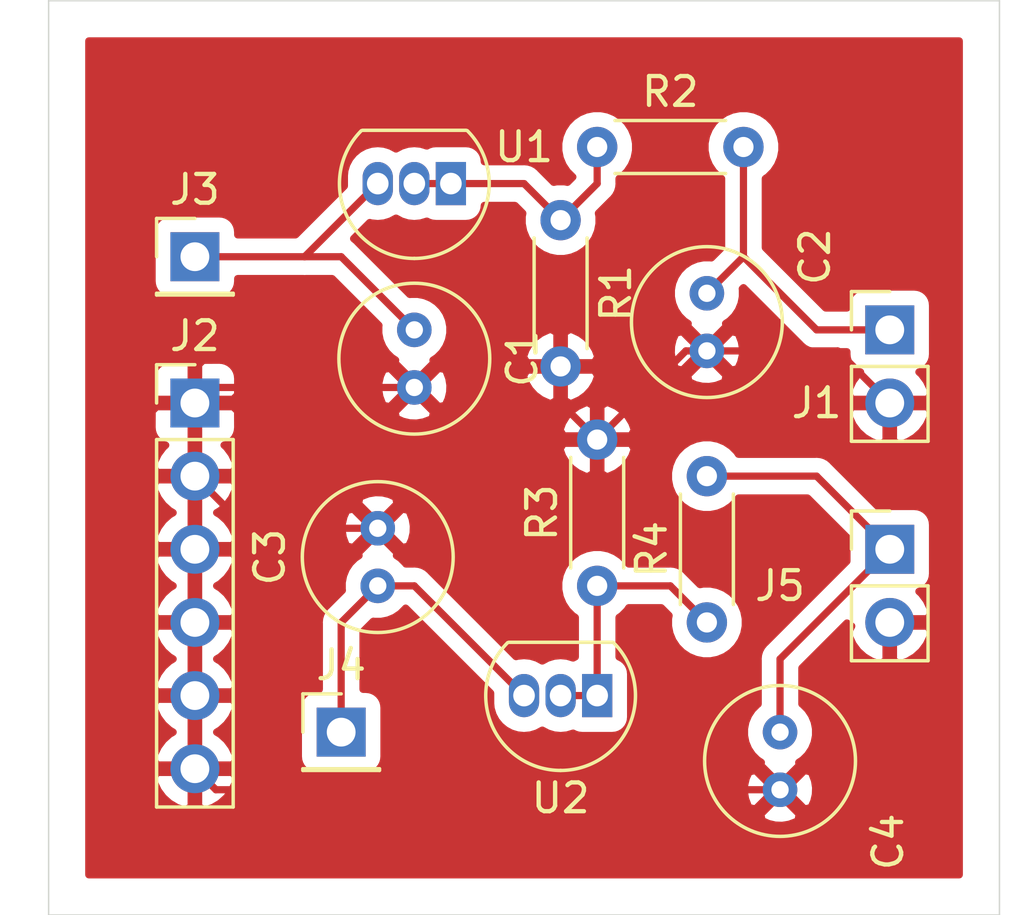
<source format=kicad_pcb>
(kicad_pcb (version 20171130) (host pcbnew "(5.1.12)-1")

  (general
    (thickness 1.6)
    (drawings 14)
    (tracks 43)
    (zones 0)
    (modules 15)
    (nets 8)
  )

  (page A4)
  (layers
    (0 F.Cu signal)
    (31 B.Cu signal)
    (32 B.Adhes user)
    (33 F.Adhes user)
    (34 B.Paste user)
    (35 F.Paste user)
    (36 B.SilkS user)
    (37 F.SilkS user)
    (38 B.Mask user)
    (39 F.Mask user)
    (40 Dwgs.User user)
    (41 Cmts.User user)
    (42 Eco1.User user)
    (43 Eco2.User user)
    (44 Edge.Cuts user)
    (45 Margin user)
    (46 B.CrtYd user)
    (47 F.CrtYd user)
    (48 B.Fab user)
    (49 F.Fab user)
  )

  (setup
    (last_trace_width 0.25)
    (trace_clearance 0.2)
    (zone_clearance 0.508)
    (zone_45_only no)
    (trace_min 0.2)
    (via_size 0.8)
    (via_drill 0.4)
    (via_min_size 0.4)
    (via_min_drill 0.3)
    (uvia_size 0.3)
    (uvia_drill 0.1)
    (uvias_allowed no)
    (uvia_min_size 0.2)
    (uvia_min_drill 0.1)
    (edge_width 0.05)
    (segment_width 0.2)
    (pcb_text_width 0.3)
    (pcb_text_size 1.5 1.5)
    (mod_edge_width 0.12)
    (mod_text_size 1 1)
    (mod_text_width 0.15)
    (pad_size 1.524 1.524)
    (pad_drill 0.762)
    (pad_to_mask_clearance 0)
    (aux_axis_origin 0 0)
    (visible_elements 7FFFFFFF)
    (pcbplotparams
      (layerselection 0x010fc_ffffffff)
      (usegerberextensions false)
      (usegerberattributes true)
      (usegerberadvancedattributes true)
      (creategerberjobfile true)
      (excludeedgelayer true)
      (linewidth 0.100000)
      (plotframeref false)
      (viasonmask false)
      (mode 1)
      (useauxorigin false)
      (hpglpennumber 1)
      (hpglpenspeed 20)
      (hpglpendiameter 15.000000)
      (psnegative false)
      (psa4output false)
      (plotreference true)
      (plotvalue true)
      (plotinvisibletext false)
      (padsonsilk false)
      (subtractmaskfromsilk false)
      (outputformat 1)
      (mirror false)
      (drillshape 0)
      (scaleselection 1)
      (outputdirectory "C:/Users/Maksim/Desktop/test2/"))
  )

  (net 0 "")
  (net 1 "Net-(C2-Pad1)")
  (net 2 "Net-(R1-Pad1)")
  (net 3 GND)
  (net 4 +5V)
  (net 5 "Net-(C4-Pad1)")
  (net 6 "Net-(R3-Pad1)")
  (net 7 +5F)

  (net_class Default "This is the default net class."
    (clearance 0.2)
    (trace_width 0.25)
    (via_dia 0.8)
    (via_drill 0.4)
    (uvia_dia 0.3)
    (uvia_drill 0.1)
    (add_net +5F)
    (add_net +5V)
    (add_net GND)
    (add_net "Net-(C2-Pad1)")
    (add_net "Net-(C4-Pad1)")
    (add_net "Net-(R1-Pad1)")
    (add_net "Net-(R3-Pad1)")
  )

  (module Package_TO_SOT_THT:TO-92_Inline (layer F.Cu) (tedit 5A1DD157) (tstamp 6193EAB7)
    (at 60.96 81.28 180)
    (descr "TO-92 leads in-line, narrow, oval pads, drill 0.75mm (see NXP sot054_po.pdf)")
    (tags "to-92 sc-43 sc-43a sot54 PA33 transistor")
    (path /6194C111)
    (fp_text reference U2 (at 1.27 -3.56) (layer F.SilkS)
      (effects (font (size 1 1) (thickness 0.15)))
    )
    (fp_text value LM317L_TO92 (at 1.27 2.79) (layer F.Fab)
      (effects (font (size 1 1) (thickness 0.15)))
    )
    (fp_line (start 4 2.01) (end -1.46 2.01) (layer F.CrtYd) (width 0.05))
    (fp_line (start 4 2.01) (end 4 -2.73) (layer F.CrtYd) (width 0.05))
    (fp_line (start -1.46 -2.73) (end -1.46 2.01) (layer F.CrtYd) (width 0.05))
    (fp_line (start -1.46 -2.73) (end 4 -2.73) (layer F.CrtYd) (width 0.05))
    (fp_line (start -0.5 1.75) (end 3 1.75) (layer F.Fab) (width 0.1))
    (fp_line (start -0.53 1.85) (end 3.07 1.85) (layer F.SilkS) (width 0.12))
    (fp_arc (start 1.27 0) (end 1.27 -2.6) (angle 135) (layer F.SilkS) (width 0.12))
    (fp_arc (start 1.27 0) (end 1.27 -2.48) (angle -135) (layer F.Fab) (width 0.1))
    (fp_arc (start 1.27 0) (end 1.27 -2.6) (angle -135) (layer F.SilkS) (width 0.12))
    (fp_arc (start 1.27 0) (end 1.27 -2.48) (angle 135) (layer F.Fab) (width 0.1))
    (fp_text user %R (at 1.27 0) (layer F.Fab)
      (effects (font (size 1 1) (thickness 0.15)))
    )
    (pad 1 thru_hole rect (at 0 0 180) (size 1.05 1.5) (drill 0.75) (layers *.Cu *.Mask)
      (net 6 "Net-(R3-Pad1)"))
    (pad 3 thru_hole oval (at 2.54 0 180) (size 1.05 1.5) (drill 0.75) (layers *.Cu *.Mask)
      (net 7 +5F))
    (pad 2 thru_hole oval (at 1.27 0 180) (size 1.05 1.5) (drill 0.75) (layers *.Cu *.Mask)
      (net 6 "Net-(R3-Pad1)"))
    (model ${KISYS3DMOD}/Package_TO_SOT_THT.3dshapes/TO-92_Inline.wrl
      (at (xyz 0 0 0))
      (scale (xyz 1 1 1))
      (rotate (xyz 0 0 0))
    )
  )

  (module Resistor_THT:R_Axial_DIN0204_L3.6mm_D1.6mm_P5.08mm_Horizontal (layer F.Cu) (tedit 5AE5139B) (tstamp 6193EA5A)
    (at 59.69 64.77 270)
    (descr "Resistor, Axial_DIN0204 series, Axial, Horizontal, pin pitch=5.08mm, 0.167W, length*diameter=3.6*1.6mm^2, http://cdn-reichelt.de/documents/datenblatt/B400/1_4W%23YAG.pdf")
    (tags "Resistor Axial_DIN0204 series Axial Horizontal pin pitch 5.08mm 0.167W length 3.6mm diameter 1.6mm")
    (path /6193190E)
    (fp_text reference R1 (at 2.54 -1.92 90) (layer F.SilkS)
      (effects (font (size 1 1) (thickness 0.15)))
    )
    (fp_text value 100 (at 2.54 1.92 90) (layer F.Fab)
      (effects (font (size 1 1) (thickness 0.15)))
    )
    (fp_line (start 6.03 -1.05) (end -0.95 -1.05) (layer F.CrtYd) (width 0.05))
    (fp_line (start 6.03 1.05) (end 6.03 -1.05) (layer F.CrtYd) (width 0.05))
    (fp_line (start -0.95 1.05) (end 6.03 1.05) (layer F.CrtYd) (width 0.05))
    (fp_line (start -0.95 -1.05) (end -0.95 1.05) (layer F.CrtYd) (width 0.05))
    (fp_line (start 0.62 0.92) (end 4.46 0.92) (layer F.SilkS) (width 0.12))
    (fp_line (start 0.62 -0.92) (end 4.46 -0.92) (layer F.SilkS) (width 0.12))
    (fp_line (start 5.08 0) (end 4.34 0) (layer F.Fab) (width 0.1))
    (fp_line (start 0 0) (end 0.74 0) (layer F.Fab) (width 0.1))
    (fp_line (start 4.34 -0.8) (end 0.74 -0.8) (layer F.Fab) (width 0.1))
    (fp_line (start 4.34 0.8) (end 4.34 -0.8) (layer F.Fab) (width 0.1))
    (fp_line (start 0.74 0.8) (end 4.34 0.8) (layer F.Fab) (width 0.1))
    (fp_line (start 0.74 -0.8) (end 0.74 0.8) (layer F.Fab) (width 0.1))
    (fp_text user %R (at 2.54 0 90) (layer F.Fab)
      (effects (font (size 0.72 0.72) (thickness 0.108)))
    )
    (pad 2 thru_hole oval (at 5.08 0 270) (size 1.4 1.4) (drill 0.7) (layers *.Cu *.Mask)
      (net 3 GND))
    (pad 1 thru_hole circle (at 0 0 270) (size 1.4 1.4) (drill 0.7) (layers *.Cu *.Mask)
      (net 2 "Net-(R1-Pad1)"))
    (model ${KISYS3DMOD}/Resistor_THT.3dshapes/R_Axial_DIN0204_L3.6mm_D1.6mm_P5.08mm_Horizontal.wrl
      (at (xyz 0 0 0))
      (scale (xyz 1 1 1))
      (rotate (xyz 0 0 0))
    )
  )

  (module Package_TO_SOT_THT:TO-92_Inline (layer F.Cu) (tedit 5A1DD157) (tstamp 6193EAA5)
    (at 55.88 63.5 180)
    (descr "TO-92 leads in-line, narrow, oval pads, drill 0.75mm (see NXP sot054_po.pdf)")
    (tags "to-92 sc-43 sc-43a sot54 PA33 transistor")
    (path /6192E972)
    (fp_text reference U1 (at -2.54 1.27) (layer F.SilkS)
      (effects (font (size 1 1) (thickness 0.15)))
    )
    (fp_text value LM317L_TO92 (at 1.27 2.79) (layer F.Fab)
      (effects (font (size 1 1) (thickness 0.15)))
    )
    (fp_line (start 4 2.01) (end -1.46 2.01) (layer F.CrtYd) (width 0.05))
    (fp_line (start 4 2.01) (end 4 -2.73) (layer F.CrtYd) (width 0.05))
    (fp_line (start -1.46 -2.73) (end -1.46 2.01) (layer F.CrtYd) (width 0.05))
    (fp_line (start -1.46 -2.73) (end 4 -2.73) (layer F.CrtYd) (width 0.05))
    (fp_line (start -0.5 1.75) (end 3 1.75) (layer F.Fab) (width 0.1))
    (fp_line (start -0.53 1.85) (end 3.07 1.85) (layer F.SilkS) (width 0.12))
    (fp_arc (start 1.27 0) (end 1.27 -2.6) (angle 135) (layer F.SilkS) (width 0.12))
    (fp_arc (start 1.27 0) (end 1.27 -2.48) (angle -135) (layer F.Fab) (width 0.1))
    (fp_arc (start 1.27 0) (end 1.27 -2.6) (angle -135) (layer F.SilkS) (width 0.12))
    (fp_arc (start 1.27 0) (end 1.27 -2.48) (angle 135) (layer F.Fab) (width 0.1))
    (fp_text user %R (at 1.27 0) (layer F.Fab)
      (effects (font (size 1 1) (thickness 0.15)))
    )
    (pad 1 thru_hole rect (at 0 0 180) (size 1.05 1.5) (drill 0.75) (layers *.Cu *.Mask)
      (net 2 "Net-(R1-Pad1)"))
    (pad 3 thru_hole oval (at 2.54 0 180) (size 1.05 1.5) (drill 0.75) (layers *.Cu *.Mask)
      (net 4 +5V))
    (pad 2 thru_hole oval (at 1.27 0 180) (size 1.05 1.5) (drill 0.75) (layers *.Cu *.Mask)
      (net 2 "Net-(R1-Pad1)"))
    (model ${KISYS3DMOD}/Package_TO_SOT_THT.3dshapes/TO-92_Inline.wrl
      (at (xyz 0 0 0))
      (scale (xyz 1 1 1))
      (rotate (xyz 0 0 0))
    )
  )

  (module Resistor_THT:R_Axial_DIN0204_L3.6mm_D1.6mm_P5.08mm_Horizontal (layer F.Cu) (tedit 5AE5139B) (tstamp 6193EA93)
    (at 64.77 78.74 90)
    (descr "Resistor, Axial_DIN0204 series, Axial, Horizontal, pin pitch=5.08mm, 0.167W, length*diameter=3.6*1.6mm^2, http://cdn-reichelt.de/documents/datenblatt/B400/1_4W%23YAG.pdf")
    (tags "Resistor Axial_DIN0204 series Axial Horizontal pin pitch 5.08mm 0.167W length 3.6mm diameter 1.6mm")
    (path /6194C0E5)
    (fp_text reference R4 (at 2.54 -1.92 90) (layer F.SilkS)
      (effects (font (size 1 1) (thickness 0.15)))
    )
    (fp_text value 470 (at 2.54 1.92 90) (layer F.Fab)
      (effects (font (size 1 1) (thickness 0.15)))
    )
    (fp_line (start 6.03 -1.05) (end -0.95 -1.05) (layer F.CrtYd) (width 0.05))
    (fp_line (start 6.03 1.05) (end 6.03 -1.05) (layer F.CrtYd) (width 0.05))
    (fp_line (start -0.95 1.05) (end 6.03 1.05) (layer F.CrtYd) (width 0.05))
    (fp_line (start -0.95 -1.05) (end -0.95 1.05) (layer F.CrtYd) (width 0.05))
    (fp_line (start 0.62 0.92) (end 4.46 0.92) (layer F.SilkS) (width 0.12))
    (fp_line (start 0.62 -0.92) (end 4.46 -0.92) (layer F.SilkS) (width 0.12))
    (fp_line (start 5.08 0) (end 4.34 0) (layer F.Fab) (width 0.1))
    (fp_line (start 0 0) (end 0.74 0) (layer F.Fab) (width 0.1))
    (fp_line (start 4.34 -0.8) (end 0.74 -0.8) (layer F.Fab) (width 0.1))
    (fp_line (start 4.34 0.8) (end 4.34 -0.8) (layer F.Fab) (width 0.1))
    (fp_line (start 0.74 0.8) (end 4.34 0.8) (layer F.Fab) (width 0.1))
    (fp_line (start 0.74 -0.8) (end 0.74 0.8) (layer F.Fab) (width 0.1))
    (fp_text user %R (at 2.54 0 90) (layer F.Fab)
      (effects (font (size 0.72 0.72) (thickness 0.108)))
    )
    (pad 2 thru_hole oval (at 5.08 0 90) (size 1.4 1.4) (drill 0.7) (layers *.Cu *.Mask)
      (net 5 "Net-(C4-Pad1)"))
    (pad 1 thru_hole circle (at 0 0 90) (size 1.4 1.4) (drill 0.7) (layers *.Cu *.Mask)
      (net 6 "Net-(R3-Pad1)"))
    (model ${KISYS3DMOD}/Resistor_THT.3dshapes/R_Axial_DIN0204_L3.6mm_D1.6mm_P5.08mm_Horizontal.wrl
      (at (xyz 0 0 0))
      (scale (xyz 1 1 1))
      (rotate (xyz 0 0 0))
    )
  )

  (module Resistor_THT:R_Axial_DIN0204_L3.6mm_D1.6mm_P5.08mm_Horizontal (layer F.Cu) (tedit 5AE5139B) (tstamp 6193EA80)
    (at 60.96 77.47 90)
    (descr "Resistor, Axial_DIN0204 series, Axial, Horizontal, pin pitch=5.08mm, 0.167W, length*diameter=3.6*1.6mm^2, http://cdn-reichelt.de/documents/datenblatt/B400/1_4W%23YAG.pdf")
    (tags "Resistor Axial_DIN0204 series Axial Horizontal pin pitch 5.08mm 0.167W length 3.6mm diameter 1.6mm")
    (path /6194C0EB)
    (fp_text reference R3 (at 2.54 -1.92 90) (layer F.SilkS)
      (effects (font (size 1 1) (thickness 0.15)))
    )
    (fp_text value 100 (at 2.54 1.92 90) (layer F.Fab)
      (effects (font (size 1 1) (thickness 0.15)))
    )
    (fp_line (start 6.03 -1.05) (end -0.95 -1.05) (layer F.CrtYd) (width 0.05))
    (fp_line (start 6.03 1.05) (end 6.03 -1.05) (layer F.CrtYd) (width 0.05))
    (fp_line (start -0.95 1.05) (end 6.03 1.05) (layer F.CrtYd) (width 0.05))
    (fp_line (start -0.95 -1.05) (end -0.95 1.05) (layer F.CrtYd) (width 0.05))
    (fp_line (start 0.62 0.92) (end 4.46 0.92) (layer F.SilkS) (width 0.12))
    (fp_line (start 0.62 -0.92) (end 4.46 -0.92) (layer F.SilkS) (width 0.12))
    (fp_line (start 5.08 0) (end 4.34 0) (layer F.Fab) (width 0.1))
    (fp_line (start 0 0) (end 0.74 0) (layer F.Fab) (width 0.1))
    (fp_line (start 4.34 -0.8) (end 0.74 -0.8) (layer F.Fab) (width 0.1))
    (fp_line (start 4.34 0.8) (end 4.34 -0.8) (layer F.Fab) (width 0.1))
    (fp_line (start 0.74 0.8) (end 4.34 0.8) (layer F.Fab) (width 0.1))
    (fp_line (start 0.74 -0.8) (end 0.74 0.8) (layer F.Fab) (width 0.1))
    (fp_text user %R (at 2.54 0 90) (layer F.Fab)
      (effects (font (size 0.72 0.72) (thickness 0.108)))
    )
    (pad 2 thru_hole oval (at 5.08 0 90) (size 1.4 1.4) (drill 0.7) (layers *.Cu *.Mask)
      (net 3 GND))
    (pad 1 thru_hole circle (at 0 0 90) (size 1.4 1.4) (drill 0.7) (layers *.Cu *.Mask)
      (net 6 "Net-(R3-Pad1)"))
    (model ${KISYS3DMOD}/Resistor_THT.3dshapes/R_Axial_DIN0204_L3.6mm_D1.6mm_P5.08mm_Horizontal.wrl
      (at (xyz 0 0 0))
      (scale (xyz 1 1 1))
      (rotate (xyz 0 0 0))
    )
  )

  (module Resistor_THT:R_Axial_DIN0204_L3.6mm_D1.6mm_P5.08mm_Horizontal (layer F.Cu) (tedit 5AE5139B) (tstamp 6193EA6D)
    (at 60.96 62.23)
    (descr "Resistor, Axial_DIN0204 series, Axial, Horizontal, pin pitch=5.08mm, 0.167W, length*diameter=3.6*1.6mm^2, http://cdn-reichelt.de/documents/datenblatt/B400/1_4W%23YAG.pdf")
    (tags "Resistor Axial_DIN0204 series Axial Horizontal pin pitch 5.08mm 0.167W length 3.6mm diameter 1.6mm")
    (path /6192D2A7)
    (fp_text reference R2 (at 2.54 -1.92) (layer F.SilkS)
      (effects (font (size 1 1) (thickness 0.15)))
    )
    (fp_text value 470 (at 2.54 1.92) (layer F.Fab)
      (effects (font (size 1 1) (thickness 0.15)))
    )
    (fp_line (start 6.03 -1.05) (end -0.95 -1.05) (layer F.CrtYd) (width 0.05))
    (fp_line (start 6.03 1.05) (end 6.03 -1.05) (layer F.CrtYd) (width 0.05))
    (fp_line (start -0.95 1.05) (end 6.03 1.05) (layer F.CrtYd) (width 0.05))
    (fp_line (start -0.95 -1.05) (end -0.95 1.05) (layer F.CrtYd) (width 0.05))
    (fp_line (start 0.62 0.92) (end 4.46 0.92) (layer F.SilkS) (width 0.12))
    (fp_line (start 0.62 -0.92) (end 4.46 -0.92) (layer F.SilkS) (width 0.12))
    (fp_line (start 5.08 0) (end 4.34 0) (layer F.Fab) (width 0.1))
    (fp_line (start 0 0) (end 0.74 0) (layer F.Fab) (width 0.1))
    (fp_line (start 4.34 -0.8) (end 0.74 -0.8) (layer F.Fab) (width 0.1))
    (fp_line (start 4.34 0.8) (end 4.34 -0.8) (layer F.Fab) (width 0.1))
    (fp_line (start 0.74 0.8) (end 4.34 0.8) (layer F.Fab) (width 0.1))
    (fp_line (start 0.74 -0.8) (end 0.74 0.8) (layer F.Fab) (width 0.1))
    (fp_text user %R (at 2.54 0) (layer F.Fab)
      (effects (font (size 0.72 0.72) (thickness 0.108)))
    )
    (pad 2 thru_hole oval (at 5.08 0) (size 1.4 1.4) (drill 0.7) (layers *.Cu *.Mask)
      (net 1 "Net-(C2-Pad1)"))
    (pad 1 thru_hole circle (at 0 0) (size 1.4 1.4) (drill 0.7) (layers *.Cu *.Mask)
      (net 2 "Net-(R1-Pad1)"))
    (model ${KISYS3DMOD}/Resistor_THT.3dshapes/R_Axial_DIN0204_L3.6mm_D1.6mm_P5.08mm_Horizontal.wrl
      (at (xyz 0 0 0))
      (scale (xyz 1 1 1))
      (rotate (xyz 0 0 0))
    )
  )

  (module Connector_PinHeader_2.54mm:PinHeader_1x02_P2.54mm_Vertical (layer F.Cu) (tedit 59FED5CC) (tstamp 6193EA47)
    (at 71.12 76.2)
    (descr "Through hole straight pin header, 1x02, 2.54mm pitch, single row")
    (tags "Through hole pin header THT 1x02 2.54mm single row")
    (path /6194C11C)
    (fp_text reference J5 (at -3.81 1.27) (layer F.SilkS)
      (effects (font (size 1 1) (thickness 0.15)))
    )
    (fp_text value Conn_01x02 (at 0 4.87) (layer F.Fab)
      (effects (font (size 1 1) (thickness 0.15)))
    )
    (fp_line (start 1.8 -1.8) (end -1.8 -1.8) (layer F.CrtYd) (width 0.05))
    (fp_line (start 1.8 4.35) (end 1.8 -1.8) (layer F.CrtYd) (width 0.05))
    (fp_line (start -1.8 4.35) (end 1.8 4.35) (layer F.CrtYd) (width 0.05))
    (fp_line (start -1.8 -1.8) (end -1.8 4.35) (layer F.CrtYd) (width 0.05))
    (fp_line (start -1.33 -1.33) (end 0 -1.33) (layer F.SilkS) (width 0.12))
    (fp_line (start -1.33 0) (end -1.33 -1.33) (layer F.SilkS) (width 0.12))
    (fp_line (start -1.33 1.27) (end 1.33 1.27) (layer F.SilkS) (width 0.12))
    (fp_line (start 1.33 1.27) (end 1.33 3.87) (layer F.SilkS) (width 0.12))
    (fp_line (start -1.33 1.27) (end -1.33 3.87) (layer F.SilkS) (width 0.12))
    (fp_line (start -1.33 3.87) (end 1.33 3.87) (layer F.SilkS) (width 0.12))
    (fp_line (start -1.27 -0.635) (end -0.635 -1.27) (layer F.Fab) (width 0.1))
    (fp_line (start -1.27 3.81) (end -1.27 -0.635) (layer F.Fab) (width 0.1))
    (fp_line (start 1.27 3.81) (end -1.27 3.81) (layer F.Fab) (width 0.1))
    (fp_line (start 1.27 -1.27) (end 1.27 3.81) (layer F.Fab) (width 0.1))
    (fp_line (start -0.635 -1.27) (end 1.27 -1.27) (layer F.Fab) (width 0.1))
    (fp_text user %R (at 0 1.27 90) (layer F.Fab)
      (effects (font (size 1 1) (thickness 0.15)))
    )
    (pad 2 thru_hole oval (at 0 2.54) (size 1.7 1.7) (drill 1) (layers *.Cu *.Mask)
      (net 3 GND))
    (pad 1 thru_hole rect (at 0 0) (size 1.7 1.7) (drill 1) (layers *.Cu *.Mask)
      (net 5 "Net-(C4-Pad1)"))
    (model ${KISYS3DMOD}/Connector_PinHeader_2.54mm.3dshapes/PinHeader_1x02_P2.54mm_Vertical.wrl
      (at (xyz 0 0 0))
      (scale (xyz 1 1 1))
      (rotate (xyz 0 0 0))
    )
  )

  (module Connector_PinHeader_2.54mm:PinHeader_1x01_P2.54mm_Vertical (layer F.Cu) (tedit 59FED5CC) (tstamp 6193EA31)
    (at 52.07 82.55)
    (descr "Through hole straight pin header, 1x01, 2.54mm pitch, single row")
    (tags "Through hole pin header THT 1x01 2.54mm single row")
    (path /6194C13F)
    (fp_text reference J4 (at 0 -2.33) (layer F.SilkS)
      (effects (font (size 1 1) (thickness 0.15)))
    )
    (fp_text value Conn_01x01_Male (at 0 2.33) (layer F.Fab)
      (effects (font (size 1 1) (thickness 0.15)))
    )
    (fp_line (start 1.8 -1.8) (end -1.8 -1.8) (layer F.CrtYd) (width 0.05))
    (fp_line (start 1.8 1.8) (end 1.8 -1.8) (layer F.CrtYd) (width 0.05))
    (fp_line (start -1.8 1.8) (end 1.8 1.8) (layer F.CrtYd) (width 0.05))
    (fp_line (start -1.8 -1.8) (end -1.8 1.8) (layer F.CrtYd) (width 0.05))
    (fp_line (start -1.33 -1.33) (end 0 -1.33) (layer F.SilkS) (width 0.12))
    (fp_line (start -1.33 0) (end -1.33 -1.33) (layer F.SilkS) (width 0.12))
    (fp_line (start -1.33 1.27) (end 1.33 1.27) (layer F.SilkS) (width 0.12))
    (fp_line (start 1.33 1.27) (end 1.33 1.33) (layer F.SilkS) (width 0.12))
    (fp_line (start -1.33 1.27) (end -1.33 1.33) (layer F.SilkS) (width 0.12))
    (fp_line (start -1.33 1.33) (end 1.33 1.33) (layer F.SilkS) (width 0.12))
    (fp_line (start -1.27 -0.635) (end -0.635 -1.27) (layer F.Fab) (width 0.1))
    (fp_line (start -1.27 1.27) (end -1.27 -0.635) (layer F.Fab) (width 0.1))
    (fp_line (start 1.27 1.27) (end -1.27 1.27) (layer F.Fab) (width 0.1))
    (fp_line (start 1.27 -1.27) (end 1.27 1.27) (layer F.Fab) (width 0.1))
    (fp_line (start -0.635 -1.27) (end 1.27 -1.27) (layer F.Fab) (width 0.1))
    (fp_text user %R (at 0 0 90) (layer F.Fab)
      (effects (font (size 1 1) (thickness 0.15)))
    )
    (pad 1 thru_hole rect (at 0 0) (size 1.7 1.7) (drill 1) (layers *.Cu *.Mask)
      (net 7 +5F))
    (model ${KISYS3DMOD}/Connector_PinHeader_2.54mm.3dshapes/PinHeader_1x01_P2.54mm_Vertical.wrl
      (at (xyz 0 0 0))
      (scale (xyz 1 1 1))
      (rotate (xyz 0 0 0))
    )
  )

  (module Connector_PinHeader_2.54mm:PinHeader_1x01_P2.54mm_Vertical (layer F.Cu) (tedit 59FED5CC) (tstamp 6193EA1C)
    (at 46.99 66.04)
    (descr "Through hole straight pin header, 1x01, 2.54mm pitch, single row")
    (tags "Through hole pin header THT 1x01 2.54mm single row")
    (path /619419A8)
    (fp_text reference J3 (at 0 -2.33) (layer F.SilkS)
      (effects (font (size 1 1) (thickness 0.15)))
    )
    (fp_text value Conn_01x01_Male (at 0 2.33) (layer F.Fab)
      (effects (font (size 1 1) (thickness 0.15)))
    )
    (fp_line (start 1.8 -1.8) (end -1.8 -1.8) (layer F.CrtYd) (width 0.05))
    (fp_line (start 1.8 1.8) (end 1.8 -1.8) (layer F.CrtYd) (width 0.05))
    (fp_line (start -1.8 1.8) (end 1.8 1.8) (layer F.CrtYd) (width 0.05))
    (fp_line (start -1.8 -1.8) (end -1.8 1.8) (layer F.CrtYd) (width 0.05))
    (fp_line (start -1.33 -1.33) (end 0 -1.33) (layer F.SilkS) (width 0.12))
    (fp_line (start -1.33 0) (end -1.33 -1.33) (layer F.SilkS) (width 0.12))
    (fp_line (start -1.33 1.27) (end 1.33 1.27) (layer F.SilkS) (width 0.12))
    (fp_line (start 1.33 1.27) (end 1.33 1.33) (layer F.SilkS) (width 0.12))
    (fp_line (start -1.33 1.27) (end -1.33 1.33) (layer F.SilkS) (width 0.12))
    (fp_line (start -1.33 1.33) (end 1.33 1.33) (layer F.SilkS) (width 0.12))
    (fp_line (start -1.27 -0.635) (end -0.635 -1.27) (layer F.Fab) (width 0.1))
    (fp_line (start -1.27 1.27) (end -1.27 -0.635) (layer F.Fab) (width 0.1))
    (fp_line (start 1.27 1.27) (end -1.27 1.27) (layer F.Fab) (width 0.1))
    (fp_line (start 1.27 -1.27) (end 1.27 1.27) (layer F.Fab) (width 0.1))
    (fp_line (start -0.635 -1.27) (end 1.27 -1.27) (layer F.Fab) (width 0.1))
    (fp_text user %R (at 0 0 90) (layer F.Fab)
      (effects (font (size 1 1) (thickness 0.15)))
    )
    (pad 1 thru_hole rect (at 0 0) (size 1.7 1.7) (drill 1) (layers *.Cu *.Mask)
      (net 4 +5V))
    (model ${KISYS3DMOD}/Connector_PinHeader_2.54mm.3dshapes/PinHeader_1x01_P2.54mm_Vertical.wrl
      (at (xyz 0 0 0))
      (scale (xyz 1 1 1))
      (rotate (xyz 0 0 0))
    )
  )

  (module Connector_PinHeader_2.54mm:PinHeader_1x06_P2.54mm_Vertical (layer F.Cu) (tedit 59FED5CC) (tstamp 6193EA07)
    (at 46.99 71.12)
    (descr "Through hole straight pin header, 1x06, 2.54mm pitch, single row")
    (tags "Through hole pin header THT 1x06 2.54mm single row")
    (path /61950975)
    (fp_text reference J2 (at 0 -2.33) (layer F.SilkS)
      (effects (font (size 1 1) (thickness 0.15)))
    )
    (fp_text value Conn_01x06_Male (at 0 15.03) (layer F.Fab)
      (effects (font (size 1 1) (thickness 0.15)))
    )
    (fp_line (start 1.8 -1.8) (end -1.8 -1.8) (layer F.CrtYd) (width 0.05))
    (fp_line (start 1.8 14.5) (end 1.8 -1.8) (layer F.CrtYd) (width 0.05))
    (fp_line (start -1.8 14.5) (end 1.8 14.5) (layer F.CrtYd) (width 0.05))
    (fp_line (start -1.8 -1.8) (end -1.8 14.5) (layer F.CrtYd) (width 0.05))
    (fp_line (start -1.33 -1.33) (end 0 -1.33) (layer F.SilkS) (width 0.12))
    (fp_line (start -1.33 0) (end -1.33 -1.33) (layer F.SilkS) (width 0.12))
    (fp_line (start -1.33 1.27) (end 1.33 1.27) (layer F.SilkS) (width 0.12))
    (fp_line (start 1.33 1.27) (end 1.33 14.03) (layer F.SilkS) (width 0.12))
    (fp_line (start -1.33 1.27) (end -1.33 14.03) (layer F.SilkS) (width 0.12))
    (fp_line (start -1.33 14.03) (end 1.33 14.03) (layer F.SilkS) (width 0.12))
    (fp_line (start -1.27 -0.635) (end -0.635 -1.27) (layer F.Fab) (width 0.1))
    (fp_line (start -1.27 13.97) (end -1.27 -0.635) (layer F.Fab) (width 0.1))
    (fp_line (start 1.27 13.97) (end -1.27 13.97) (layer F.Fab) (width 0.1))
    (fp_line (start 1.27 -1.27) (end 1.27 13.97) (layer F.Fab) (width 0.1))
    (fp_line (start -0.635 -1.27) (end 1.27 -1.27) (layer F.Fab) (width 0.1))
    (fp_text user %R (at 0 6.35 90) (layer F.Fab)
      (effects (font (size 1 1) (thickness 0.15)))
    )
    (pad 6 thru_hole oval (at 0 12.7) (size 1.7 1.7) (drill 1) (layers *.Cu *.Mask)
      (net 3 GND))
    (pad 5 thru_hole oval (at 0 10.16) (size 1.7 1.7) (drill 1) (layers *.Cu *.Mask)
      (net 3 GND))
    (pad 4 thru_hole oval (at 0 7.62) (size 1.7 1.7) (drill 1) (layers *.Cu *.Mask)
      (net 3 GND))
    (pad 3 thru_hole oval (at 0 5.08) (size 1.7 1.7) (drill 1) (layers *.Cu *.Mask)
      (net 3 GND))
    (pad 2 thru_hole oval (at 0 2.54) (size 1.7 1.7) (drill 1) (layers *.Cu *.Mask)
      (net 3 GND))
    (pad 1 thru_hole rect (at 0 0) (size 1.7 1.7) (drill 1) (layers *.Cu *.Mask)
      (net 3 GND))
    (model ${KISYS3DMOD}/Connector_PinHeader_2.54mm.3dshapes/PinHeader_1x06_P2.54mm_Vertical.wrl
      (at (xyz 0 0 0))
      (scale (xyz 1 1 1))
      (rotate (xyz 0 0 0))
    )
  )

  (module Connector_PinHeader_2.54mm:PinHeader_1x02_P2.54mm_Vertical (layer F.Cu) (tedit 59FED5CC) (tstamp 6193E9ED)
    (at 71.12 68.58)
    (descr "Through hole straight pin header, 1x02, 2.54mm pitch, single row")
    (tags "Through hole pin header THT 1x02 2.54mm single row")
    (path /6193B3B0)
    (fp_text reference J1 (at -2.54 2.54) (layer F.SilkS)
      (effects (font (size 1 1) (thickness 0.15)))
    )
    (fp_text value Conn_01x02 (at 0 4.87) (layer F.Fab)
      (effects (font (size 1 1) (thickness 0.15)))
    )
    (fp_line (start 1.8 -1.8) (end -1.8 -1.8) (layer F.CrtYd) (width 0.05))
    (fp_line (start 1.8 4.35) (end 1.8 -1.8) (layer F.CrtYd) (width 0.05))
    (fp_line (start -1.8 4.35) (end 1.8 4.35) (layer F.CrtYd) (width 0.05))
    (fp_line (start -1.8 -1.8) (end -1.8 4.35) (layer F.CrtYd) (width 0.05))
    (fp_line (start -1.33 -1.33) (end 0 -1.33) (layer F.SilkS) (width 0.12))
    (fp_line (start -1.33 0) (end -1.33 -1.33) (layer F.SilkS) (width 0.12))
    (fp_line (start -1.33 1.27) (end 1.33 1.27) (layer F.SilkS) (width 0.12))
    (fp_line (start 1.33 1.27) (end 1.33 3.87) (layer F.SilkS) (width 0.12))
    (fp_line (start -1.33 1.27) (end -1.33 3.87) (layer F.SilkS) (width 0.12))
    (fp_line (start -1.33 3.87) (end 1.33 3.87) (layer F.SilkS) (width 0.12))
    (fp_line (start -1.27 -0.635) (end -0.635 -1.27) (layer F.Fab) (width 0.1))
    (fp_line (start -1.27 3.81) (end -1.27 -0.635) (layer F.Fab) (width 0.1))
    (fp_line (start 1.27 3.81) (end -1.27 3.81) (layer F.Fab) (width 0.1))
    (fp_line (start 1.27 -1.27) (end 1.27 3.81) (layer F.Fab) (width 0.1))
    (fp_line (start -0.635 -1.27) (end 1.27 -1.27) (layer F.Fab) (width 0.1))
    (fp_text user %R (at 0 1.27 90) (layer F.Fab)
      (effects (font (size 1 1) (thickness 0.15)))
    )
    (pad 2 thru_hole oval (at 0 2.54) (size 1.7 1.7) (drill 1) (layers *.Cu *.Mask)
      (net 3 GND))
    (pad 1 thru_hole rect (at 0 0) (size 1.7 1.7) (drill 1) (layers *.Cu *.Mask)
      (net 1 "Net-(C2-Pad1)"))
    (model ${KISYS3DMOD}/Connector_PinHeader_2.54mm.3dshapes/PinHeader_1x02_P2.54mm_Vertical.wrl
      (at (xyz 0 0 0))
      (scale (xyz 1 1 1))
      (rotate (xyz 0 0 0))
    )
  )

  (module Capacitor_THT:C_Radial_D5.0mm_H5.0mm_P2.00mm (layer F.Cu) (tedit 5BC5C9B9) (tstamp 6193E9D7)
    (at 67.31 82.55 270)
    (descr "C, Radial series, Radial, pin pitch=2.00mm, diameter=5mm, height=5mm, Non-Polar Electrolytic Capacitor")
    (tags "C Radial series Radial pin pitch 2.00mm diameter 5mm height 5mm Non-Polar Electrolytic Capacitor")
    (path /6194C0F1)
    (fp_text reference C4 (at 3.81 -3.75 90) (layer F.SilkS)
      (effects (font (size 1 1) (thickness 0.15)))
    )
    (fp_text value "1 uf" (at 1 3.75 90) (layer F.Fab)
      (effects (font (size 1 1) (thickness 0.15)))
    )
    (fp_circle (center 1 0) (end 3.75 0) (layer F.CrtYd) (width 0.05))
    (fp_circle (center 1 0) (end 3.62 0) (layer F.SilkS) (width 0.12))
    (fp_circle (center 1 0) (end 3.5 0) (layer F.Fab) (width 0.1))
    (fp_text user %R (at 1 0 90) (layer F.Fab)
      (effects (font (size 1 1) (thickness 0.15)))
    )
    (pad 2 thru_hole circle (at 2 0 270) (size 1.2 1.2) (drill 0.6) (layers *.Cu *.Mask)
      (net 3 GND))
    (pad 1 thru_hole circle (at 0 0 270) (size 1.2 1.2) (drill 0.6) (layers *.Cu *.Mask)
      (net 5 "Net-(C4-Pad1)"))
    (model ${KISYS3DMOD}/Capacitor_THT.3dshapes/C_Radial_D5.0mm_H5.0mm_P2.00mm.wrl
      (at (xyz 0 0 0))
      (scale (xyz 1 1 1))
      (rotate (xyz 0 0 0))
    )
  )

  (module Capacitor_THT:C_Radial_D5.0mm_H5.0mm_P2.00mm (layer F.Cu) (tedit 5BC5C9B9) (tstamp 6193E9CD)
    (at 53.34 77.47 90)
    (descr "C, Radial series, Radial, pin pitch=2.00mm, diameter=5mm, height=5mm, Non-Polar Electrolytic Capacitor")
    (tags "C Radial series Radial pin pitch 2.00mm diameter 5mm height 5mm Non-Polar Electrolytic Capacitor")
    (path /6194C0F7)
    (fp_text reference C3 (at 1 -3.75 90) (layer F.SilkS)
      (effects (font (size 1 1) (thickness 0.15)))
    )
    (fp_text value "0.1 uf" (at 1 3.75 90) (layer F.Fab)
      (effects (font (size 1 1) (thickness 0.15)))
    )
    (fp_circle (center 1 0) (end 3.75 0) (layer F.CrtYd) (width 0.05))
    (fp_circle (center 1 0) (end 3.62 0) (layer F.SilkS) (width 0.12))
    (fp_circle (center 1 0) (end 3.5 0) (layer F.Fab) (width 0.1))
    (fp_text user %R (at 1 0 90) (layer F.Fab)
      (effects (font (size 1 1) (thickness 0.15)))
    )
    (pad 2 thru_hole circle (at 2 0 90) (size 1.2 1.2) (drill 0.6) (layers *.Cu *.Mask)
      (net 3 GND))
    (pad 1 thru_hole circle (at 0 0 90) (size 1.2 1.2) (drill 0.6) (layers *.Cu *.Mask)
      (net 7 +5F))
    (model ${KISYS3DMOD}/Capacitor_THT.3dshapes/C_Radial_D5.0mm_H5.0mm_P2.00mm.wrl
      (at (xyz 0 0 0))
      (scale (xyz 1 1 1))
      (rotate (xyz 0 0 0))
    )
  )

  (module Capacitor_THT:C_Radial_D5.0mm_H5.0mm_P2.00mm (layer F.Cu) (tedit 5BC5C9B9) (tstamp 6193E9C3)
    (at 64.77 67.31 270)
    (descr "C, Radial series, Radial, pin pitch=2.00mm, diameter=5mm, height=5mm, Non-Polar Electrolytic Capacitor")
    (tags "C Radial series Radial pin pitch 2.00mm diameter 5mm height 5mm Non-Polar Electrolytic Capacitor")
    (path /619327D3)
    (fp_text reference C2 (at -1.27 -3.75 90) (layer F.SilkS)
      (effects (font (size 1 1) (thickness 0.15)))
    )
    (fp_text value "1 uf" (at 1 3.75 90) (layer F.Fab)
      (effects (font (size 1 1) (thickness 0.15)))
    )
    (fp_circle (center 1 0) (end 3.75 0) (layer F.CrtYd) (width 0.05))
    (fp_circle (center 1 0) (end 3.62 0) (layer F.SilkS) (width 0.12))
    (fp_circle (center 1 0) (end 3.5 0) (layer F.Fab) (width 0.1))
    (fp_text user %R (at 1 0 90) (layer F.Fab)
      (effects (font (size 1 1) (thickness 0.15)))
    )
    (pad 2 thru_hole circle (at 2 0 270) (size 1.2 1.2) (drill 0.6) (layers *.Cu *.Mask)
      (net 3 GND))
    (pad 1 thru_hole circle (at 0 0 270) (size 1.2 1.2) (drill 0.6) (layers *.Cu *.Mask)
      (net 1 "Net-(C2-Pad1)"))
    (model ${KISYS3DMOD}/Capacitor_THT.3dshapes/C_Radial_D5.0mm_H5.0mm_P2.00mm.wrl
      (at (xyz 0 0 0))
      (scale (xyz 1 1 1))
      (rotate (xyz 0 0 0))
    )
  )

  (module Capacitor_THT:C_Radial_D5.0mm_H5.0mm_P2.00mm (layer F.Cu) (tedit 5BC5C9B9) (tstamp 6193E9B9)
    (at 54.61 68.58 270)
    (descr "C, Radial series, Radial, pin pitch=2.00mm, diameter=5mm, height=5mm, Non-Polar Electrolytic Capacitor")
    (tags "C Radial series Radial pin pitch 2.00mm diameter 5mm height 5mm Non-Polar Electrolytic Capacitor")
    (path /6193395D)
    (fp_text reference C1 (at 1 -3.75 90) (layer F.SilkS)
      (effects (font (size 1 1) (thickness 0.15)))
    )
    (fp_text value "0.1 uf" (at 1 3.75 90) (layer F.Fab)
      (effects (font (size 1 1) (thickness 0.15)))
    )
    (fp_circle (center 1 0) (end 3.75 0) (layer F.CrtYd) (width 0.05))
    (fp_circle (center 1 0) (end 3.62 0) (layer F.SilkS) (width 0.12))
    (fp_circle (center 1 0) (end 3.5 0) (layer F.Fab) (width 0.1))
    (fp_text user %R (at 1 0 90) (layer F.Fab)
      (effects (font (size 1 1) (thickness 0.15)))
    )
    (pad 2 thru_hole circle (at 2 0 270) (size 1.2 1.2) (drill 0.6) (layers *.Cu *.Mask)
      (net 3 GND))
    (pad 1 thru_hole circle (at 0 0 270) (size 1.2 1.2) (drill 0.6) (layers *.Cu *.Mask)
      (net 4 +5V))
    (model ${KISYS3DMOD}/Capacitor_THT.3dshapes/C_Radial_D5.0mm_H5.0mm_P2.00mm.wrl
      (at (xyz 0 0 0))
      (scale (xyz 1 1 1))
      (rotate (xyz 0 0 0))
    )
  )

  (gr_text "IN 2\n" (at 52.07 86.36) (layer F.Paste)
    (effects (font (size 1 1) (thickness 0.15)))
  )
  (gr_text "IN 1\n" (at 46.99 62.23) (layer F.Paste)
    (effects (font (size 1 1) (thickness 0.15)))
  )
  (gr_text "GND\n" (at 72.39 82.55) (layer F.Paste) (tstamp 6194480E)
    (effects (font (size 1 1) (thickness 0.15)))
  )
  (gr_text "GND\n" (at 67.31 72.39) (layer F.Paste)
    (effects (font (size 1 1) (thickness 0.15)))
  )
  (gr_text "+1.3\n" (at 71.12 73.66) (layer F.Paste)
    (effects (font (size 1 1) (thickness 0.15)))
  )
  (gr_text "+1.3\n" (at 71.12 66.04) (layer F.Paste)
    (effects (font (size 1 1) (thickness 0.15)))
  )
  (gr_line (start 41.91 57.15) (end 74.93 57.15) (layer Edge.Cuts) (width 0.05) (tstamp 6194478F))
  (gr_line (start 41.91 88.9) (end 41.91 57.15) (layer Edge.Cuts) (width 0.05))
  (gr_line (start 74.93 88.9) (end 41.91 88.9) (layer Edge.Cuts) (width 0.05))
  (gr_line (start 74.93 57.15) (end 74.93 88.9) (layer Edge.Cuts) (width 0.05))
  (gr_text "V_in pin out 2" (at 67.31 80.01) (layer B.Paste)
    (effects (font (size 1 1) (thickness 0.15)) (justify mirror))
  )
  (gr_text "V_in pin in 1\n" (at 52.07 86.36) (layer B.Paste)
    (effects (font (size 1 1) (thickness 0.15)) (justify mirror))
  )
  (gr_text "V_in pin out 1" (at 66.04 63.5) (layer B.Paste)
    (effects (font (size 1 1) (thickness 0.15)) (justify mirror))
  )
  (gr_text "V_in pin 1" (at 48.26 60.96) (layer B.Paste)
    (effects (font (size 1 1) (thickness 0.15)) (justify mirror))
  )

  (segment (start 66.04 66.04) (end 64.77 67.31) (width 0.25) (layer F.Cu) (net 1))
  (segment (start 66.04 62.23) (end 66.04 66.04) (width 0.25) (layer F.Cu) (net 1))
  (segment (start 68.58 68.58) (end 66.04 66.04) (width 0.25) (layer F.Cu) (net 1))
  (segment (start 71.12 68.58) (end 68.58 68.58) (width 0.25) (layer F.Cu) (net 1))
  (segment (start 60.96 63.5) (end 59.69 64.77) (width 0.25) (layer F.Cu) (net 2))
  (segment (start 60.96 62.23) (end 60.96 63.5) (width 0.25) (layer F.Cu) (net 2))
  (segment (start 54.61 63.5) (end 55.88 63.5) (width 0.25) (layer F.Cu) (net 2))
  (segment (start 58.42 63.5) (end 59.69 64.77) (width 0.25) (layer F.Cu) (net 2))
  (segment (start 55.88 63.5) (end 58.42 63.5) (width 0.25) (layer F.Cu) (net 2))
  (segment (start 46.99 71.12) (end 46.99 83.82) (width 0.25) (layer F.Cu) (net 3))
  (segment (start 48.8 75.47) (end 46.99 73.66) (width 0.25) (layer F.Cu) (net 3))
  (segment (start 53.34 75.47) (end 48.8 75.47) (width 0.25) (layer F.Cu) (net 3))
  (segment (start 47.72 71.12) (end 46.99 71.12) (width 0.25) (layer F.Cu) (net 3))
  (segment (start 47.53 70.58) (end 46.99 71.12) (width 0.25) (layer F.Cu) (net 3))
  (segment (start 54.61 70.58) (end 47.53 70.58) (width 0.25) (layer F.Cu) (net 3))
  (segment (start 55.34 69.85) (end 54.61 70.58) (width 0.25) (layer F.Cu) (net 3))
  (segment (start 59.69 69.85) (end 55.34 69.85) (width 0.25) (layer F.Cu) (net 3))
  (segment (start 59.69 71.12) (end 60.96 72.39) (width 0.25) (layer F.Cu) (net 3))
  (segment (start 59.69 69.85) (end 59.69 71.12) (width 0.25) (layer F.Cu) (net 3))
  (segment (start 64.04 69.31) (end 64.77 69.31) (width 0.25) (layer F.Cu) (net 3))
  (segment (start 60.96 72.39) (end 64.04 69.31) (width 0.25) (layer F.Cu) (net 3))
  (segment (start 69.31 69.31) (end 71.12 71.12) (width 0.25) (layer F.Cu) (net 3))
  (segment (start 64.77 69.31) (end 69.31 69.31) (width 0.25) (layer F.Cu) (net 3))
  (segment (start 71.12 80.74) (end 67.31 84.55) (width 0.25) (layer F.Cu) (net 3))
  (segment (start 71.12 78.74) (end 71.12 80.74) (width 0.25) (layer F.Cu) (net 3))
  (segment (start 47.72 84.55) (end 46.99 83.82) (width 0.25) (layer F.Cu) (net 3))
  (segment (start 67.31 84.55) (end 47.72 84.55) (width 0.25) (layer F.Cu) (net 3))
  (segment (start 50.8 66.04) (end 53.34 63.5) (width 0.25) (layer F.Cu) (net 4))
  (segment (start 46.99 66.04) (end 50.8 66.04) (width 0.25) (layer F.Cu) (net 4))
  (segment (start 52.07 66.04) (end 54.61 68.58) (width 0.25) (layer F.Cu) (net 4))
  (segment (start 50.8 66.04) (end 52.07 66.04) (width 0.25) (layer F.Cu) (net 4))
  (segment (start 68.58 73.66) (end 71.12 76.2) (width 0.25) (layer F.Cu) (net 5))
  (segment (start 64.77 73.66) (end 68.58 73.66) (width 0.25) (layer F.Cu) (net 5))
  (segment (start 67.31 80.01) (end 71.12 76.2) (width 0.25) (layer F.Cu) (net 5))
  (segment (start 67.31 82.55) (end 67.31 80.01) (width 0.25) (layer F.Cu) (net 5))
  (segment (start 60.96 77.47) (end 60.96 81.28) (width 0.25) (layer F.Cu) (net 6))
  (segment (start 60.96 81.28) (end 59.69 81.28) (width 0.25) (layer F.Cu) (net 6))
  (segment (start 63.5 77.47) (end 64.77 78.74) (width 0.25) (layer F.Cu) (net 6))
  (segment (start 60.96 77.47) (end 63.5 77.47) (width 0.25) (layer F.Cu) (net 6))
  (segment (start 52.07 78.74) (end 53.34 77.47) (width 0.25) (layer F.Cu) (net 7))
  (segment (start 52.07 82.55) (end 52.07 78.74) (width 0.25) (layer F.Cu) (net 7))
  (segment (start 54.61 77.47) (end 58.42 81.28) (width 0.25) (layer F.Cu) (net 7))
  (segment (start 53.34 77.47) (end 54.61 77.47) (width 0.25) (layer F.Cu) (net 7))

  (zone (net 3) (net_name GND) (layer F.Cu) (tstamp 61945110) (hatch edge 0.508)
    (connect_pads (clearance 0.508))
    (min_thickness 0.254)
    (fill yes (arc_segments 32) (thermal_gap 0.508) (thermal_bridge_width 0.508))
    (polygon
      (pts
        (xy 73.66 87.63) (xy 43.18 87.63) (xy 43.18 58.42) (xy 73.66 58.42)
      )
    )
    (filled_polygon
      (pts
        (xy 73.533 87.503) (xy 43.307 87.503) (xy 43.307 85.399764) (xy 66.639841 85.399764) (xy 66.687148 85.623348)
        (xy 66.908516 85.724237) (xy 67.145313 85.78) (xy 67.388438 85.788495) (xy 67.628549 85.749395) (xy 67.856418 85.664202)
        (xy 67.932852 85.623348) (xy 67.980159 85.399764) (xy 67.31 84.729605) (xy 66.639841 85.399764) (xy 43.307 85.399764)
        (xy 43.307 84.17689) (xy 45.548524 84.17689) (xy 45.593175 84.324099) (xy 45.718359 84.58692) (xy 45.892412 84.820269)
        (xy 46.108645 85.015178) (xy 46.358748 85.164157) (xy 46.633109 85.261481) (xy 46.863 85.140814) (xy 46.863 83.947)
        (xy 47.117 83.947) (xy 47.117 85.140814) (xy 47.346891 85.261481) (xy 47.621252 85.164157) (xy 47.871355 85.015178)
        (xy 48.087588 84.820269) (xy 48.230673 84.628438) (xy 66.071505 84.628438) (xy 66.110605 84.868549) (xy 66.195798 85.096418)
        (xy 66.236652 85.172852) (xy 66.460236 85.220159) (xy 67.130395 84.55) (xy 67.489605 84.55) (xy 68.159764 85.220159)
        (xy 68.383348 85.172852) (xy 68.484237 84.951484) (xy 68.54 84.714687) (xy 68.548495 84.471562) (xy 68.509395 84.231451)
        (xy 68.424202 84.003582) (xy 68.383348 83.927148) (xy 68.159764 83.879841) (xy 67.489605 84.55) (xy 67.130395 84.55)
        (xy 66.460236 83.879841) (xy 66.236652 83.927148) (xy 66.135763 84.148516) (xy 66.08 84.385313) (xy 66.071505 84.628438)
        (xy 48.230673 84.628438) (xy 48.261641 84.58692) (xy 48.386825 84.324099) (xy 48.431476 84.17689) (xy 48.310155 83.947)
        (xy 47.117 83.947) (xy 46.863 83.947) (xy 45.669845 83.947) (xy 45.548524 84.17689) (xy 43.307 84.17689)
        (xy 43.307 81.63689) (xy 45.548524 81.63689) (xy 45.593175 81.784099) (xy 45.718359 82.04692) (xy 45.892412 82.280269)
        (xy 46.108645 82.475178) (xy 46.234255 82.55) (xy 46.108645 82.624822) (xy 45.892412 82.819731) (xy 45.718359 83.05308)
        (xy 45.593175 83.315901) (xy 45.548524 83.46311) (xy 45.669845 83.693) (xy 46.863 83.693) (xy 46.863 81.407)
        (xy 47.117 81.407) (xy 47.117 83.693) (xy 48.310155 83.693) (xy 48.431476 83.46311) (xy 48.386825 83.315901)
        (xy 48.261641 83.05308) (xy 48.087588 82.819731) (xy 47.871355 82.624822) (xy 47.745745 82.55) (xy 47.871355 82.475178)
        (xy 48.087588 82.280269) (xy 48.261641 82.04692) (xy 48.386825 81.784099) (xy 48.412333 81.7) (xy 50.581928 81.7)
        (xy 50.581928 83.4) (xy 50.594188 83.524482) (xy 50.630498 83.64418) (xy 50.689463 83.754494) (xy 50.768815 83.851185)
        (xy 50.865506 83.930537) (xy 50.97582 83.989502) (xy 51.095518 84.025812) (xy 51.22 84.038072) (xy 52.92 84.038072)
        (xy 53.044482 84.025812) (xy 53.16418 83.989502) (xy 53.274494 83.930537) (xy 53.371185 83.851185) (xy 53.450537 83.754494)
        (xy 53.509502 83.64418) (xy 53.545812 83.524482) (xy 53.558072 83.4) (xy 53.558072 81.7) (xy 53.545812 81.575518)
        (xy 53.509502 81.45582) (xy 53.450537 81.345506) (xy 53.371185 81.248815) (xy 53.274494 81.169463) (xy 53.16418 81.110498)
        (xy 53.044482 81.074188) (xy 52.92 81.061928) (xy 52.83 81.061928) (xy 52.83 79.054801) (xy 53.186199 78.698602)
        (xy 53.218363 78.705) (xy 53.461637 78.705) (xy 53.700236 78.65754) (xy 53.924992 78.564443) (xy 54.127267 78.429287)
        (xy 54.299287 78.257267) (xy 54.308571 78.243372) (xy 57.26 81.194802) (xy 57.26 81.561978) (xy 57.276785 81.732399)
        (xy 57.343115 81.951059) (xy 57.450829 82.152578) (xy 57.595788 82.329212) (xy 57.772421 82.474171) (xy 57.97394 82.581885)
        (xy 58.1926 82.648215) (xy 58.42 82.670612) (xy 58.647399 82.648215) (xy 58.866059 82.581885) (xy 59.055 82.480894)
        (xy 59.24394 82.581885) (xy 59.4626 82.648215) (xy 59.69 82.670612) (xy 59.917399 82.648215) (xy 60.126098 82.584907)
        (xy 60.19082 82.619502) (xy 60.310518 82.655812) (xy 60.435 82.668072) (xy 61.485 82.668072) (xy 61.609482 82.655812)
        (xy 61.72918 82.619502) (xy 61.839494 82.560537) (xy 61.936185 82.481185) (xy 62.015537 82.384494) (xy 62.074502 82.27418)
        (xy 62.110812 82.154482) (xy 62.123072 82.03) (xy 62.123072 80.53) (xy 62.110812 80.405518) (xy 62.074502 80.28582)
        (xy 62.015537 80.175506) (xy 61.936185 80.078815) (xy 61.839494 79.999463) (xy 61.72918 79.940498) (xy 61.72 79.937713)
        (xy 61.72 78.567775) (xy 61.811013 78.506962) (xy 61.996962 78.321013) (xy 62.057775 78.23) (xy 63.185199 78.23)
        (xy 63.456355 78.501156) (xy 63.435 78.608514) (xy 63.435 78.871486) (xy 63.486304 79.129405) (xy 63.586939 79.372359)
        (xy 63.733038 79.591013) (xy 63.918987 79.776962) (xy 64.137641 79.923061) (xy 64.380595 80.023696) (xy 64.638514 80.075)
        (xy 64.901486 80.075) (xy 65.159405 80.023696) (xy 65.402359 79.923061) (xy 65.621013 79.776962) (xy 65.806962 79.591013)
        (xy 65.953061 79.372359) (xy 66.053696 79.129405) (xy 66.105 78.871486) (xy 66.105 78.608514) (xy 66.053696 78.350595)
        (xy 65.953061 78.107641) (xy 65.806962 77.888987) (xy 65.621013 77.703038) (xy 65.402359 77.556939) (xy 65.159405 77.456304)
        (xy 64.901486 77.405) (xy 64.638514 77.405) (xy 64.531156 77.426355) (xy 64.063804 76.959003) (xy 64.040001 76.929999)
        (xy 63.924276 76.835026) (xy 63.792247 76.764454) (xy 63.648986 76.720997) (xy 63.537333 76.71) (xy 63.537322 76.71)
        (xy 63.5 76.706324) (xy 63.462678 76.71) (xy 62.057775 76.71) (xy 61.996962 76.618987) (xy 61.811013 76.433038)
        (xy 61.592359 76.286939) (xy 61.349405 76.186304) (xy 61.091486 76.135) (xy 60.828514 76.135) (xy 60.570595 76.186304)
        (xy 60.327641 76.286939) (xy 60.108987 76.433038) (xy 59.923038 76.618987) (xy 59.776939 76.837641) (xy 59.676304 77.080595)
        (xy 59.625 77.338514) (xy 59.625 77.601486) (xy 59.676304 77.859405) (xy 59.776939 78.102359) (xy 59.923038 78.321013)
        (xy 60.108987 78.506962) (xy 60.2 78.567775) (xy 60.200001 79.937713) (xy 60.19082 79.940498) (xy 60.126098 79.975093)
        (xy 59.9174 79.911785) (xy 59.69 79.889388) (xy 59.462601 79.911785) (xy 59.243941 79.978115) (xy 59.055001 80.079106)
        (xy 58.86606 79.978115) (xy 58.6474 79.911785) (xy 58.42 79.889388) (xy 58.192601 79.911785) (xy 58.141951 79.927149)
        (xy 55.173804 76.959003) (xy 55.150001 76.929999) (xy 55.034276 76.835026) (xy 54.902247 76.764454) (xy 54.758986 76.720997)
        (xy 54.647333 76.71) (xy 54.647322 76.71) (xy 54.61 76.706324) (xy 54.572678 76.71) (xy 54.317506 76.71)
        (xy 54.299287 76.682733) (xy 54.127267 76.510713) (xy 53.989267 76.418504) (xy 54.010159 76.319764) (xy 53.34 75.649605)
        (xy 52.669841 76.319764) (xy 52.690733 76.418504) (xy 52.552733 76.510713) (xy 52.380713 76.682733) (xy 52.245557 76.885008)
        (xy 52.15246 77.109764) (xy 52.105 77.348363) (xy 52.105 77.591637) (xy 52.111398 77.623801) (xy 51.558998 78.176201)
        (xy 51.53 78.199999) (xy 51.506202 78.228997) (xy 51.506201 78.228998) (xy 51.435026 78.315724) (xy 51.364454 78.447754)
        (xy 51.346494 78.506962) (xy 51.320999 78.591013) (xy 51.320998 78.591015) (xy 51.306324 78.74) (xy 51.310001 78.777332)
        (xy 51.31 81.061928) (xy 51.22 81.061928) (xy 51.095518 81.074188) (xy 50.97582 81.110498) (xy 50.865506 81.169463)
        (xy 50.768815 81.248815) (xy 50.689463 81.345506) (xy 50.630498 81.45582) (xy 50.594188 81.575518) (xy 50.581928 81.7)
        (xy 48.412333 81.7) (xy 48.431476 81.63689) (xy 48.310155 81.407) (xy 47.117 81.407) (xy 46.863 81.407)
        (xy 45.669845 81.407) (xy 45.548524 81.63689) (xy 43.307 81.63689) (xy 43.307 79.09689) (xy 45.548524 79.09689)
        (xy 45.593175 79.244099) (xy 45.718359 79.50692) (xy 45.892412 79.740269) (xy 46.108645 79.935178) (xy 46.234255 80.01)
        (xy 46.108645 80.084822) (xy 45.892412 80.279731) (xy 45.718359 80.51308) (xy 45.593175 80.775901) (xy 45.548524 80.92311)
        (xy 45.669845 81.153) (xy 46.863 81.153) (xy 46.863 78.867) (xy 47.117 78.867) (xy 47.117 81.153)
        (xy 48.310155 81.153) (xy 48.431476 80.92311) (xy 48.386825 80.775901) (xy 48.261641 80.51308) (xy 48.087588 80.279731)
        (xy 47.871355 80.084822) (xy 47.745745 80.01) (xy 47.871355 79.935178) (xy 48.087588 79.740269) (xy 48.261641 79.50692)
        (xy 48.386825 79.244099) (xy 48.431476 79.09689) (xy 48.310155 78.867) (xy 47.117 78.867) (xy 46.863 78.867)
        (xy 45.669845 78.867) (xy 45.548524 79.09689) (xy 43.307 79.09689) (xy 43.307 76.55689) (xy 45.548524 76.55689)
        (xy 45.593175 76.704099) (xy 45.718359 76.96692) (xy 45.892412 77.200269) (xy 46.108645 77.395178) (xy 46.234255 77.47)
        (xy 46.108645 77.544822) (xy 45.892412 77.739731) (xy 45.718359 77.97308) (xy 45.593175 78.235901) (xy 45.548524 78.38311)
        (xy 45.669845 78.613) (xy 46.863 78.613) (xy 46.863 76.327) (xy 47.117 76.327) (xy 47.117 78.613)
        (xy 48.310155 78.613) (xy 48.431476 78.38311) (xy 48.386825 78.235901) (xy 48.261641 77.97308) (xy 48.087588 77.739731)
        (xy 47.871355 77.544822) (xy 47.745745 77.47) (xy 47.871355 77.395178) (xy 48.087588 77.200269) (xy 48.261641 76.96692)
        (xy 48.386825 76.704099) (xy 48.431476 76.55689) (xy 48.310155 76.327) (xy 47.117 76.327) (xy 46.863 76.327)
        (xy 45.669845 76.327) (xy 45.548524 76.55689) (xy 43.307 76.55689) (xy 43.307 74.01689) (xy 45.548524 74.01689)
        (xy 45.593175 74.164099) (xy 45.718359 74.42692) (xy 45.892412 74.660269) (xy 46.108645 74.855178) (xy 46.234255 74.93)
        (xy 46.108645 75.004822) (xy 45.892412 75.199731) (xy 45.718359 75.43308) (xy 45.593175 75.695901) (xy 45.548524 75.84311)
        (xy 45.669845 76.073) (xy 46.863 76.073) (xy 46.863 73.787) (xy 47.117 73.787) (xy 47.117 76.073)
        (xy 48.310155 76.073) (xy 48.431476 75.84311) (xy 48.386825 75.695901) (xy 48.316588 75.548438) (xy 52.101505 75.548438)
        (xy 52.140605 75.788549) (xy 52.225798 76.016418) (xy 52.266652 76.092852) (xy 52.490236 76.140159) (xy 53.160395 75.47)
        (xy 53.519605 75.47) (xy 54.189764 76.140159) (xy 54.413348 76.092852) (xy 54.514237 75.871484) (xy 54.57 75.634687)
        (xy 54.578495 75.391562) (xy 54.539395 75.151451) (xy 54.454202 74.923582) (xy 54.413348 74.847148) (xy 54.189764 74.799841)
        (xy 53.519605 75.47) (xy 53.160395 75.47) (xy 52.490236 74.799841) (xy 52.266652 74.847148) (xy 52.165763 75.068516)
        (xy 52.11 75.305313) (xy 52.101505 75.548438) (xy 48.316588 75.548438) (xy 48.261641 75.43308) (xy 48.087588 75.199731)
        (xy 47.871355 75.004822) (xy 47.745745 74.93) (xy 47.871355 74.855178) (xy 48.087588 74.660269) (xy 48.117448 74.620236)
        (xy 52.669841 74.620236) (xy 53.34 75.290395) (xy 54.010159 74.620236) (xy 53.962852 74.396652) (xy 53.741484 74.295763)
        (xy 53.504687 74.24) (xy 53.261562 74.231505) (xy 53.021451 74.270605) (xy 52.793582 74.355798) (xy 52.717148 74.396652)
        (xy 52.669841 74.620236) (xy 48.117448 74.620236) (xy 48.261641 74.42692) (xy 48.386825 74.164099) (xy 48.431476 74.01689)
        (xy 48.310155 73.787) (xy 47.117 73.787) (xy 46.863 73.787) (xy 45.669845 73.787) (xy 45.548524 74.01689)
        (xy 43.307 74.01689) (xy 43.307 71.97) (xy 45.501928 71.97) (xy 45.514188 72.094482) (xy 45.550498 72.21418)
        (xy 45.609463 72.324494) (xy 45.688815 72.421185) (xy 45.785506 72.500537) (xy 45.89582 72.559502) (xy 45.976466 72.583966)
        (xy 45.892412 72.659731) (xy 45.718359 72.89308) (xy 45.593175 73.155901) (xy 45.548524 73.30311) (xy 45.669845 73.533)
        (xy 46.863 73.533) (xy 46.863 71.247) (xy 47.117 71.247) (xy 47.117 73.533) (xy 48.310155 73.533)
        (xy 48.431476 73.30311) (xy 48.386825 73.155901) (xy 48.261641 72.89308) (xy 48.135026 72.72333) (xy 59.667278 72.72333)
        (xy 59.757147 72.969123) (xy 59.893241 73.19266) (xy 60.07033 73.385351) (xy 60.281608 73.539792) (xy 60.518956 73.650047)
        (xy 60.626671 73.682716) (xy 60.833 73.559374) (xy 60.833 72.517) (xy 61.087 72.517) (xy 61.087 73.559374)
        (xy 61.293329 73.682716) (xy 61.401044 73.650047) (xy 61.638392 73.539792) (xy 61.65382 73.528514) (xy 63.435 73.528514)
        (xy 63.435 73.791486) (xy 63.486304 74.049405) (xy 63.586939 74.292359) (xy 63.733038 74.511013) (xy 63.918987 74.696962)
        (xy 64.137641 74.843061) (xy 64.380595 74.943696) (xy 64.638514 74.995) (xy 64.901486 74.995) (xy 65.159405 74.943696)
        (xy 65.402359 74.843061) (xy 65.621013 74.696962) (xy 65.806962 74.511013) (xy 65.867775 74.42) (xy 68.265199 74.42)
        (xy 69.631928 75.78673) (xy 69.631928 76.61327) (xy 66.798998 79.446201) (xy 66.77 79.469999) (xy 66.746202 79.498997)
        (xy 66.746201 79.498998) (xy 66.675026 79.585724) (xy 66.604454 79.717754) (xy 66.586494 79.776962) (xy 66.560998 79.861014)
        (xy 66.554887 79.923061) (xy 66.546324 80.01) (xy 66.550001 80.047332) (xy 66.55 81.572493) (xy 66.522733 81.590713)
        (xy 66.350713 81.762733) (xy 66.215557 81.965008) (xy 66.12246 82.189764) (xy 66.075 82.428363) (xy 66.075 82.671637)
        (xy 66.12246 82.910236) (xy 66.215557 83.134992) (xy 66.350713 83.337267) (xy 66.522733 83.509287) (xy 66.660733 83.601496)
        (xy 66.639841 83.700236) (xy 67.31 84.370395) (xy 67.980159 83.700236) (xy 67.959267 83.601496) (xy 68.097267 83.509287)
        (xy 68.269287 83.337267) (xy 68.404443 83.134992) (xy 68.49754 82.910236) (xy 68.545 82.671637) (xy 68.545 82.428363)
        (xy 68.49754 82.189764) (xy 68.404443 81.965008) (xy 68.269287 81.762733) (xy 68.097267 81.590713) (xy 68.07 81.572494)
        (xy 68.07 80.324801) (xy 69.635 78.759801) (xy 69.635 78.867002) (xy 69.799844 78.867002) (xy 69.678524 79.09689)
        (xy 69.723175 79.244099) (xy 69.848359 79.50692) (xy 70.022412 79.740269) (xy 70.238645 79.935178) (xy 70.488748 80.084157)
        (xy 70.763109 80.181481) (xy 70.993 80.060814) (xy 70.993 78.867) (xy 71.247 78.867) (xy 71.247 80.060814)
        (xy 71.476891 80.181481) (xy 71.751252 80.084157) (xy 72.001355 79.935178) (xy 72.217588 79.740269) (xy 72.391641 79.50692)
        (xy 72.516825 79.244099) (xy 72.561476 79.09689) (xy 72.440155 78.867) (xy 71.247 78.867) (xy 70.993 78.867)
        (xy 70.973 78.867) (xy 70.973 78.613) (xy 70.993 78.613) (xy 70.993 78.593) (xy 71.247 78.593)
        (xy 71.247 78.613) (xy 72.440155 78.613) (xy 72.561476 78.38311) (xy 72.516825 78.235901) (xy 72.391641 77.97308)
        (xy 72.217588 77.739731) (xy 72.133534 77.663966) (xy 72.21418 77.639502) (xy 72.324494 77.580537) (xy 72.421185 77.501185)
        (xy 72.500537 77.404494) (xy 72.559502 77.29418) (xy 72.595812 77.174482) (xy 72.608072 77.05) (xy 72.608072 75.35)
        (xy 72.595812 75.225518) (xy 72.559502 75.10582) (xy 72.500537 74.995506) (xy 72.421185 74.898815) (xy 72.324494 74.819463)
        (xy 72.21418 74.760498) (xy 72.094482 74.724188) (xy 71.97 74.711928) (xy 70.70673 74.711928) (xy 69.143804 73.149003)
        (xy 69.120001 73.119999) (xy 69.004276 73.025026) (xy 68.872247 72.954454) (xy 68.728986 72.910997) (xy 68.617333 72.9)
        (xy 68.617322 72.9) (xy 68.58 72.896324) (xy 68.542678 72.9) (xy 65.867775 72.9) (xy 65.806962 72.808987)
        (xy 65.621013 72.623038) (xy 65.402359 72.476939) (xy 65.159405 72.376304) (xy 64.901486 72.325) (xy 64.638514 72.325)
        (xy 64.380595 72.376304) (xy 64.137641 72.476939) (xy 63.918987 72.623038) (xy 63.733038 72.808987) (xy 63.586939 73.027641)
        (xy 63.486304 73.270595) (xy 63.435 73.528514) (xy 61.65382 73.528514) (xy 61.84967 73.385351) (xy 62.026759 73.19266)
        (xy 62.162853 72.969123) (xy 62.252722 72.72333) (xy 62.130201 72.517) (xy 61.087 72.517) (xy 60.833 72.517)
        (xy 59.789799 72.517) (xy 59.667278 72.72333) (xy 48.135026 72.72333) (xy 48.087588 72.659731) (xy 48.003534 72.583966)
        (xy 48.08418 72.559502) (xy 48.194494 72.500537) (xy 48.291185 72.421185) (xy 48.370537 72.324494) (xy 48.429502 72.21418)
        (xy 48.465812 72.094482) (xy 48.469536 72.05667) (xy 59.667278 72.05667) (xy 59.789799 72.263) (xy 60.833 72.263)
        (xy 60.833 71.220626) (xy 61.087 71.220626) (xy 61.087 72.263) (xy 62.130201 72.263) (xy 62.252722 72.05667)
        (xy 62.162853 71.810877) (xy 62.026759 71.58734) (xy 61.925253 71.47689) (xy 69.678524 71.47689) (xy 69.723175 71.624099)
        (xy 69.848359 71.88692) (xy 70.022412 72.120269) (xy 70.238645 72.315178) (xy 70.488748 72.464157) (xy 70.763109 72.561481)
        (xy 70.993 72.440814) (xy 70.993 71.247) (xy 71.247 71.247) (xy 71.247 72.440814) (xy 71.476891 72.561481)
        (xy 71.751252 72.464157) (xy 72.001355 72.315178) (xy 72.217588 72.120269) (xy 72.391641 71.88692) (xy 72.516825 71.624099)
        (xy 72.561476 71.47689) (xy 72.440155 71.247) (xy 71.247 71.247) (xy 70.993 71.247) (xy 69.799845 71.247)
        (xy 69.678524 71.47689) (xy 61.925253 71.47689) (xy 61.84967 71.394649) (xy 61.638392 71.240208) (xy 61.401044 71.129953)
        (xy 61.293329 71.097284) (xy 61.087 71.220626) (xy 60.833 71.220626) (xy 60.626671 71.097284) (xy 60.518956 71.129953)
        (xy 60.281608 71.240208) (xy 60.07033 71.394649) (xy 59.893241 71.58734) (xy 59.757147 71.810877) (xy 59.667278 72.05667)
        (xy 48.469536 72.05667) (xy 48.478072 71.97) (xy 48.475131 71.429764) (xy 53.939841 71.429764) (xy 53.987148 71.653348)
        (xy 54.208516 71.754237) (xy 54.445313 71.81) (xy 54.688438 71.818495) (xy 54.928549 71.779395) (xy 55.156418 71.694202)
        (xy 55.232852 71.653348) (xy 55.280159 71.429764) (xy 54.61 70.759605) (xy 53.939841 71.429764) (xy 48.475131 71.429764)
        (xy 48.475 71.40575) (xy 48.31625 71.247) (xy 47.117 71.247) (xy 46.863 71.247) (xy 45.66375 71.247)
        (xy 45.505 71.40575) (xy 45.501928 71.97) (xy 43.307 71.97) (xy 43.307 70.27) (xy 45.501928 70.27)
        (xy 45.505 70.83425) (xy 45.66375 70.993) (xy 46.863 70.993) (xy 46.863 69.79375) (xy 47.117 69.79375)
        (xy 47.117 70.993) (xy 48.31625 70.993) (xy 48.475 70.83425) (xy 48.475957 70.658438) (xy 53.371505 70.658438)
        (xy 53.410605 70.898549) (xy 53.495798 71.126418) (xy 53.536652 71.202852) (xy 53.760236 71.250159) (xy 54.430395 70.58)
        (xy 54.789605 70.58) (xy 55.459764 71.250159) (xy 55.683348 71.202852) (xy 55.784237 70.981484) (xy 55.84 70.744687)
        (xy 55.848495 70.501562) (xy 55.809395 70.261451) (xy 55.780189 70.18333) (xy 58.397278 70.18333) (xy 58.487147 70.429123)
        (xy 58.623241 70.65266) (xy 58.80033 70.845351) (xy 59.011608 70.999792) (xy 59.248956 71.110047) (xy 59.356671 71.142716)
        (xy 59.563 71.019374) (xy 59.563 69.977) (xy 59.817 69.977) (xy 59.817 71.019374) (xy 60.023329 71.142716)
        (xy 60.131044 71.110047) (xy 60.368392 70.999792) (xy 60.57967 70.845351) (xy 60.756759 70.65266) (xy 60.892853 70.429123)
        (xy 60.982722 70.18333) (xy 60.968729 70.159764) (xy 64.099841 70.159764) (xy 64.147148 70.383348) (xy 64.368516 70.484237)
        (xy 64.605313 70.54) (xy 64.848438 70.548495) (xy 65.088549 70.509395) (xy 65.316418 70.424202) (xy 65.392852 70.383348)
        (xy 65.440159 70.159764) (xy 64.77 69.489605) (xy 64.099841 70.159764) (xy 60.968729 70.159764) (xy 60.860201 69.977)
        (xy 59.817 69.977) (xy 59.563 69.977) (xy 58.519799 69.977) (xy 58.397278 70.18333) (xy 55.780189 70.18333)
        (xy 55.724202 70.033582) (xy 55.683348 69.957148) (xy 55.459764 69.909841) (xy 54.789605 70.58) (xy 54.430395 70.58)
        (xy 53.760236 69.909841) (xy 53.536652 69.957148) (xy 53.435763 70.178516) (xy 53.38 70.415313) (xy 53.371505 70.658438)
        (xy 48.475957 70.658438) (xy 48.478072 70.27) (xy 48.465812 70.145518) (xy 48.429502 70.02582) (xy 48.370537 69.915506)
        (xy 48.291185 69.818815) (xy 48.194494 69.739463) (xy 48.08418 69.680498) (xy 47.964482 69.644188) (xy 47.84 69.631928)
        (xy 47.27575 69.635) (xy 47.117 69.79375) (xy 46.863 69.79375) (xy 46.70425 69.635) (xy 46.14 69.631928)
        (xy 46.015518 69.644188) (xy 45.89582 69.680498) (xy 45.785506 69.739463) (xy 45.688815 69.818815) (xy 45.609463 69.915506)
        (xy 45.550498 70.02582) (xy 45.514188 70.145518) (xy 45.501928 70.27) (xy 43.307 70.27) (xy 43.307 65.19)
        (xy 45.501928 65.19) (xy 45.501928 66.89) (xy 45.514188 67.014482) (xy 45.550498 67.13418) (xy 45.609463 67.244494)
        (xy 45.688815 67.341185) (xy 45.785506 67.420537) (xy 45.89582 67.479502) (xy 46.015518 67.515812) (xy 46.14 67.528072)
        (xy 47.84 67.528072) (xy 47.964482 67.515812) (xy 48.08418 67.479502) (xy 48.194494 67.420537) (xy 48.291185 67.341185)
        (xy 48.370537 67.244494) (xy 48.429502 67.13418) (xy 48.465812 67.014482) (xy 48.478072 66.89) (xy 48.478072 66.8)
        (xy 50.762678 66.8) (xy 50.8 66.803676) (xy 50.837322 66.8) (xy 51.755199 66.8) (xy 53.381398 68.4262)
        (xy 53.375 68.458363) (xy 53.375 68.701637) (xy 53.42246 68.940236) (xy 53.515557 69.164992) (xy 53.650713 69.367267)
        (xy 53.822733 69.539287) (xy 53.960733 69.631496) (xy 53.939841 69.730236) (xy 54.61 70.400395) (xy 55.280159 69.730236)
        (xy 55.259267 69.631496) (xy 55.397267 69.539287) (xy 55.419884 69.51667) (xy 58.397278 69.51667) (xy 58.519799 69.723)
        (xy 59.563 69.723) (xy 59.563 68.680626) (xy 59.817 68.680626) (xy 59.817 69.723) (xy 60.860201 69.723)
        (xy 60.982722 69.51667) (xy 60.935837 69.388438) (xy 63.531505 69.388438) (xy 63.570605 69.628549) (xy 63.655798 69.856418)
        (xy 63.696652 69.932852) (xy 63.920236 69.980159) (xy 64.590395 69.31) (xy 64.949605 69.31) (xy 65.619764 69.980159)
        (xy 65.843348 69.932852) (xy 65.944237 69.711484) (xy 66 69.474687) (xy 66.008495 69.231562) (xy 65.969395 68.991451)
        (xy 65.884202 68.763582) (xy 65.843348 68.687148) (xy 65.619764 68.639841) (xy 64.949605 69.31) (xy 64.590395 69.31)
        (xy 63.920236 68.639841) (xy 63.696652 68.687148) (xy 63.595763 68.908516) (xy 63.54 69.145313) (xy 63.531505 69.388438)
        (xy 60.935837 69.388438) (xy 60.892853 69.270877) (xy 60.756759 69.04734) (xy 60.57967 68.854649) (xy 60.368392 68.700208)
        (xy 60.131044 68.589953) (xy 60.023329 68.557284) (xy 59.817 68.680626) (xy 59.563 68.680626) (xy 59.356671 68.557284)
        (xy 59.248956 68.589953) (xy 59.011608 68.700208) (xy 58.80033 68.854649) (xy 58.623241 69.04734) (xy 58.487147 69.270877)
        (xy 58.397278 69.51667) (xy 55.419884 69.51667) (xy 55.569287 69.367267) (xy 55.704443 69.164992) (xy 55.79754 68.940236)
        (xy 55.845 68.701637) (xy 55.845 68.458363) (xy 55.79754 68.219764) (xy 55.704443 67.995008) (xy 55.569287 67.792733)
        (xy 55.397267 67.620713) (xy 55.194992 67.485557) (xy 54.970236 67.39246) (xy 54.731637 67.345) (xy 54.488363 67.345)
        (xy 54.4562 67.351398) (xy 54.293165 67.188363) (xy 63.535 67.188363) (xy 63.535 67.431637) (xy 63.58246 67.670236)
        (xy 63.675557 67.894992) (xy 63.810713 68.097267) (xy 63.982733 68.269287) (xy 64.120733 68.361496) (xy 64.099841 68.460236)
        (xy 64.77 69.130395) (xy 65.440159 68.460236) (xy 65.419267 68.361496) (xy 65.557267 68.269287) (xy 65.729287 68.097267)
        (xy 65.864443 67.894992) (xy 65.95754 67.670236) (xy 66.005 67.431637) (xy 66.005 67.188363) (xy 65.998602 67.156199)
        (xy 66.04 67.114802) (xy 68.016205 69.091008) (xy 68.039999 69.120001) (xy 68.068992 69.143795) (xy 68.068996 69.143799)
        (xy 68.139685 69.201811) (xy 68.155724 69.214974) (xy 68.287753 69.285546) (xy 68.431014 69.329003) (xy 68.542667 69.34)
        (xy 68.542676 69.34) (xy 68.579999 69.343676) (xy 68.617322 69.34) (xy 69.631928 69.34) (xy 69.631928 69.43)
        (xy 69.644188 69.554482) (xy 69.680498 69.67418) (xy 69.739463 69.784494) (xy 69.818815 69.881185) (xy 69.915506 69.960537)
        (xy 70.02582 70.019502) (xy 70.106466 70.043966) (xy 70.022412 70.119731) (xy 69.848359 70.35308) (xy 69.723175 70.615901)
        (xy 69.678524 70.76311) (xy 69.799845 70.993) (xy 70.993 70.993) (xy 70.993 70.973) (xy 71.247 70.973)
        (xy 71.247 70.993) (xy 72.440155 70.993) (xy 72.561476 70.76311) (xy 72.516825 70.615901) (xy 72.391641 70.35308)
        (xy 72.217588 70.119731) (xy 72.133534 70.043966) (xy 72.21418 70.019502) (xy 72.324494 69.960537) (xy 72.421185 69.881185)
        (xy 72.500537 69.784494) (xy 72.559502 69.67418) (xy 72.595812 69.554482) (xy 72.608072 69.43) (xy 72.608072 67.73)
        (xy 72.595812 67.605518) (xy 72.559502 67.48582) (xy 72.500537 67.375506) (xy 72.421185 67.278815) (xy 72.324494 67.199463)
        (xy 72.21418 67.140498) (xy 72.094482 67.104188) (xy 71.97 67.091928) (xy 70.27 67.091928) (xy 70.145518 67.104188)
        (xy 70.02582 67.140498) (xy 69.915506 67.199463) (xy 69.818815 67.278815) (xy 69.739463 67.375506) (xy 69.680498 67.48582)
        (xy 69.644188 67.605518) (xy 69.631928 67.73) (xy 69.631928 67.82) (xy 68.894803 67.82) (xy 66.8 65.725199)
        (xy 66.8 63.327775) (xy 66.891013 63.266962) (xy 67.076962 63.081013) (xy 67.223061 62.862359) (xy 67.323696 62.619405)
        (xy 67.375 62.361486) (xy 67.375 62.098514) (xy 67.323696 61.840595) (xy 67.223061 61.597641) (xy 67.076962 61.378987)
        (xy 66.891013 61.193038) (xy 66.672359 61.046939) (xy 66.429405 60.946304) (xy 66.171486 60.895) (xy 65.908514 60.895)
        (xy 65.650595 60.946304) (xy 65.407641 61.046939) (xy 65.188987 61.193038) (xy 65.003038 61.378987) (xy 64.856939 61.597641)
        (xy 64.756304 61.840595) (xy 64.705 62.098514) (xy 64.705 62.361486) (xy 64.756304 62.619405) (xy 64.856939 62.862359)
        (xy 65.003038 63.081013) (xy 65.188987 63.266962) (xy 65.28 63.327775) (xy 65.280001 65.725197) (xy 64.923801 66.081398)
        (xy 64.891637 66.075) (xy 64.648363 66.075) (xy 64.409764 66.12246) (xy 64.185008 66.215557) (xy 63.982733 66.350713)
        (xy 63.810713 66.522733) (xy 63.675557 66.725008) (xy 63.58246 66.949764) (xy 63.535 67.188363) (xy 54.293165 67.188363)
        (xy 52.633804 65.529003) (xy 52.610001 65.499999) (xy 52.502789 65.412013) (xy 53.061951 64.852851) (xy 53.1126 64.868215)
        (xy 53.34 64.890612) (xy 53.567399 64.868215) (xy 53.786059 64.801885) (xy 53.975 64.700894) (xy 54.16394 64.801885)
        (xy 54.3826 64.868215) (xy 54.61 64.890612) (xy 54.837399 64.868215) (xy 55.046098 64.804907) (xy 55.11082 64.839502)
        (xy 55.230518 64.875812) (xy 55.355 64.888072) (xy 56.405 64.888072) (xy 56.529482 64.875812) (xy 56.64918 64.839502)
        (xy 56.759494 64.780537) (xy 56.856185 64.701185) (xy 56.935537 64.604494) (xy 56.994502 64.49418) (xy 57.030812 64.374482)
        (xy 57.042087 64.26) (xy 58.105199 64.26) (xy 58.376355 64.531156) (xy 58.355 64.638514) (xy 58.355 64.901486)
        (xy 58.406304 65.159405) (xy 58.506939 65.402359) (xy 58.653038 65.621013) (xy 58.838987 65.806962) (xy 59.057641 65.953061)
        (xy 59.300595 66.053696) (xy 59.558514 66.105) (xy 59.821486 66.105) (xy 60.079405 66.053696) (xy 60.322359 65.953061)
        (xy 60.541013 65.806962) (xy 60.726962 65.621013) (xy 60.873061 65.402359) (xy 60.973696 65.159405) (xy 61.025 64.901486)
        (xy 61.025 64.638514) (xy 61.003645 64.531157) (xy 61.471003 64.063799) (xy 61.500001 64.040001) (xy 61.594974 63.924276)
        (xy 61.665546 63.792247) (xy 61.709003 63.648986) (xy 61.72 63.537333) (xy 61.72 63.537324) (xy 61.723676 63.500001)
        (xy 61.72 63.462678) (xy 61.72 63.327775) (xy 61.811013 63.266962) (xy 61.996962 63.081013) (xy 62.143061 62.862359)
        (xy 62.243696 62.619405) (xy 62.295 62.361486) (xy 62.295 62.098514) (xy 62.243696 61.840595) (xy 62.143061 61.597641)
        (xy 61.996962 61.378987) (xy 61.811013 61.193038) (xy 61.592359 61.046939) (xy 61.349405 60.946304) (xy 61.091486 60.895)
        (xy 60.828514 60.895) (xy 60.570595 60.946304) (xy 60.327641 61.046939) (xy 60.108987 61.193038) (xy 59.923038 61.378987)
        (xy 59.776939 61.597641) (xy 59.676304 61.840595) (xy 59.625 62.098514) (xy 59.625 62.361486) (xy 59.676304 62.619405)
        (xy 59.776939 62.862359) (xy 59.923038 63.081013) (xy 60.108987 63.266962) (xy 60.114532 63.270667) (xy 59.928843 63.456355)
        (xy 59.821486 63.435) (xy 59.558514 63.435) (xy 59.451156 63.456355) (xy 58.983804 62.989003) (xy 58.960001 62.959999)
        (xy 58.844276 62.865026) (xy 58.712247 62.794454) (xy 58.568986 62.750997) (xy 58.457333 62.74) (xy 58.457322 62.74)
        (xy 58.42 62.736324) (xy 58.382678 62.74) (xy 57.042087 62.74) (xy 57.030812 62.625518) (xy 56.994502 62.50582)
        (xy 56.935537 62.395506) (xy 56.856185 62.298815) (xy 56.759494 62.219463) (xy 56.64918 62.160498) (xy 56.529482 62.124188)
        (xy 56.405 62.111928) (xy 55.355 62.111928) (xy 55.230518 62.124188) (xy 55.11082 62.160498) (xy 55.046098 62.195093)
        (xy 54.8374 62.131785) (xy 54.61 62.109388) (xy 54.382601 62.131785) (xy 54.163941 62.198115) (xy 53.975001 62.299106)
        (xy 53.78606 62.198115) (xy 53.5674 62.131785) (xy 53.34 62.109388) (xy 53.112601 62.131785) (xy 52.893941 62.198115)
        (xy 52.692422 62.305829) (xy 52.515789 62.450788) (xy 52.37083 62.627421) (xy 52.263115 62.82894) (xy 52.196785 63.0476)
        (xy 52.18 63.218021) (xy 52.18 63.585198) (xy 50.485199 65.28) (xy 48.478072 65.28) (xy 48.478072 65.19)
        (xy 48.465812 65.065518) (xy 48.429502 64.94582) (xy 48.370537 64.835506) (xy 48.291185 64.738815) (xy 48.194494 64.659463)
        (xy 48.08418 64.600498) (xy 47.964482 64.564188) (xy 47.84 64.551928) (xy 46.14 64.551928) (xy 46.015518 64.564188)
        (xy 45.89582 64.600498) (xy 45.785506 64.659463) (xy 45.688815 64.738815) (xy 45.609463 64.835506) (xy 45.550498 64.94582)
        (xy 45.514188 65.065518) (xy 45.501928 65.19) (xy 43.307 65.19) (xy 43.307 58.547) (xy 73.533 58.547)
      )
    )
  )
)

</source>
